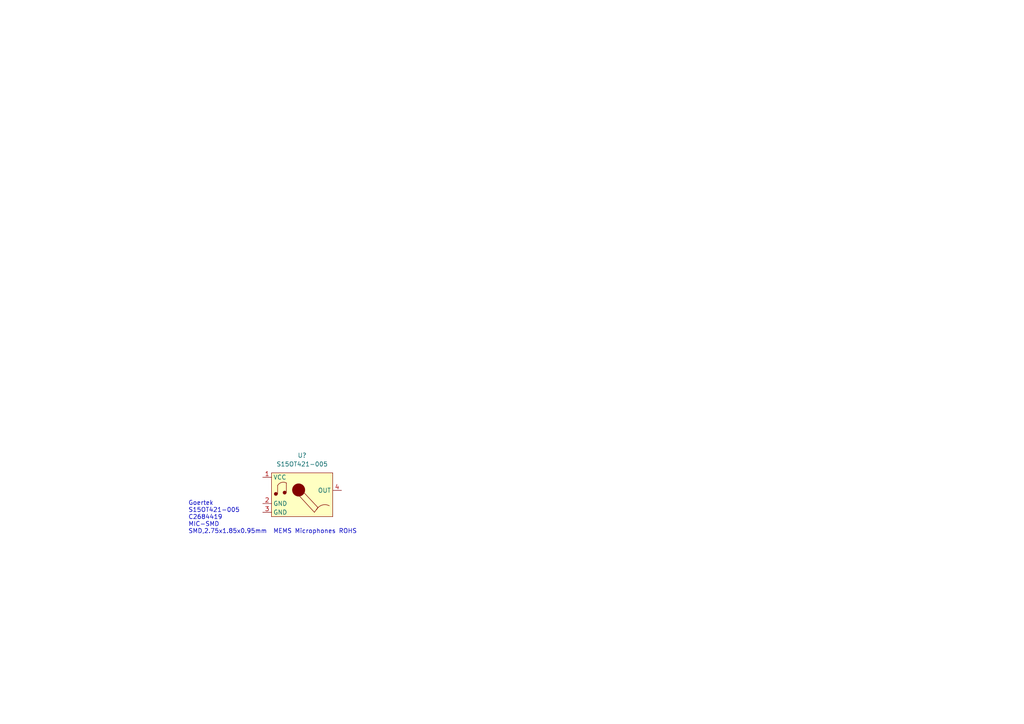
<source format=kicad_sch>
(kicad_sch (version 20211123) (generator eeschema)
  (paper "A4")
  (lib_symbols
    (symbol "BreadstickLibrary:S15OT421-005"
      (property "Reference" "U?" (at -1.27 10.16 0))
      (property "Value" "S15OT421-005" (at -1.27 7.62 0))
      (symbol "S15OT421-005_0_0"
        (pin power_in line (at -12.7 3.81 0) (length 2.54) (name "VCC") (number "1"))
        (pin power_out line (at -12.7 -3.81 0) (length 2.54) (name "GND") (number "2"))
        (pin power_out line (at -12.7 -6.35 0) (length 2.54) (name "GND") (number "3"))
        (pin output line (at 10.16 0 180) (length 2.54) (name "OUT") (number "4"))
      )
      (symbol "S15OT421-005_0_1"
        (rectangle (start -10.16 5.08) (end 7.62 -7.62) (fill (type background)))
        (circle (center -8.89 -1.016) (radius 0.4579) (fill (type outline)))
        (circle (center -6.35 -0.635) (radius 0.4579) (fill (type outline)))
        (arc (start -5.842 2.159) (mid -8.0318 4.8441) (end -8.382 1.397))
        (circle (center -2.286 0.127) (radius 1.805) (fill (type outline)))
        (polyline (pts (xy -8.382 -1.016) (xy -8.382 1.397)))
        (polyline (pts (xy -5.842 -0.635) (xy -5.842 2.159)))
        (polyline (pts (xy -2.032 -1.651) (xy 2.286 -6.35)))
        (polyline (pts (xy -0.635 -0.762) (xy 3.302 -4.953)))
        (polyline (pts (xy 2.286 -6.35) (xy 3.302 -4.953)))
        (arc (start 6.604 -4.445) (mid 3.3828 -0.5707) (end 2.921 -5.588))
      )
    )
  )
  (text "Goertek\nS15OT421-005\nC2684419\nMIC-SMD\nSMD,2.75x1.85x0.95mm  MEMS Microphones ROHS" (at 54.61 154.94 0) (effects (font (size 1.27 1.27)) (justify left bottom)))
  (symbol (lib_id "BreadstickLibrary:S15OT421-005") (at 88.9 142.24 0) (unit 1)
    (property "Reference" "U?" (at 87.63 132.08 0))
    (property "Value" "S15OT421-005" (at 87.63 134.62 0))
  )
)
</source>
